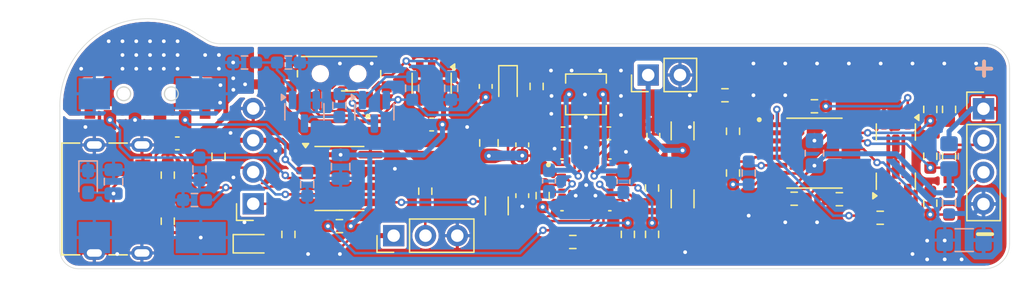
<source format=kicad_pcb>
(kicad_pcb (version 20240108) (generator "pcbnew") (generator_version "8.0")
  (layers (0 "F.Cu" signal) (31 "B.Cu" power) (34 "B.Paste" user) (35 "F.Paste" user) (36 "B.SilkS" user "B.Silkscreen") (37 "F.SilkS" user "F.Silkscreen") (38 "B.Mask" user) (39 "F.Mask" user) (44 "Edge.Cuts" user))
  (net 0 "")
  (net 1 "/chargeController/Vin")
  (net 2 "GND")
  (net 3 "Net-(Q2-G)")
  (net 4 "/chargeController/VOUT")
  (net 5 "Net-(U1-PMID)")
  (net 6 "/chargeController/REGN")
  (net 7 "Net-(U1-SW1)")
  (net 8 "Net-(U1-BTST1)")
  (net 9 "Net-(U1-BTST2)")
  (net 10 "Net-(U1-SW2)")
  (net 12 "Net-(U1-STAT)")
  (net 13 "Net-(U1-BATP)")
  (net 15 "Net-(U1-PROG)")
  (net 18 "Net-(U1-ILIM_HIZ)")
  (net 19 "Net-(U1-TS)")
  (net 20 "/chargeController/PD+")
  (net 23 "/USB_C_Input/CC2")
  (net 24 "/USB_C_Input/CC1")
  (net 25 "/ATTINY402/SW_PUSH")
  (net 26 "/5V_LDO/V_CHG")
  (net 27 "/ATTINY402/5V_REG")
  (net 28 "/ATTINY402/SW_CW")
  (net 29 "/ATTINY402/SW_CCW")
  (net 30 "/ATTINY402/SCL")
  (net 31 "/ATTINY402/SDA")
  (net 32 "/ATTINY402/RESET")
  (net 33 "/BMS/VC3")
  (net 34 "/BMS/VC2")
  (net 35 "/BMS/VC1")
  (net 36 "Net-(J2-Pin_2)")
  (net 37 "Net-(J2-Pin_3)")
  (net 38 "Net-(U2-CDT)")
  (net 39 "Net-(U2-CCT)")
  (net 40 "Net-(D3-A)")
  (net 41 "Net-(D1-K)")
  (net 42 "Net-(Q1-G)")
  (net 43 "Net-(Q1-D)")
  (net 44 "Net-(Q3-B)")
  (net 45 "Net-(Q3-C)")
  (net 46 "Net-(Q4-D)")
  (net 47 "Net-(Q4-G)")
  (net 48 "Net-(U2-VMP)")
  (net 49 "Net-(U2-VINI)")
  (net 50 "Net-(U2-DOP)")
  (net 51 "Net-(U2-CTL)")
  (net 52 "Net-(U2-SEL)")
  (net 53 "Net-(U3-~{RESET}{slash}PA0)")
  (net 54 "Net-(U4-EN)")
  (net 56 "Net-(U2-VC4)")
  (net 59 "Net-(D4-A)")
  (net 60 "/BMS/VBAT+")
  (net 61 "Net-(Q4-S)")
  (net 62 "/BMS/VBAT-")
  (footprint "Capacitor_SMD:C_0603_1608Metric" (layer "F.Cu") (at 105.5058 62.2668 180)
    (property "Reference" "D3" (hide yes))
    (property "Value" "CD0603-B0240R" (hide yes))
  )
  (footprint "Package_TO_SOT_SMD:SOT-23" (layer "F.Cu") (at 162.8768 65.2968 90)
    (property "Reference" "Q1" (hide yes))
    (property "Value" "DMG2301L" (hide yes))
  )
  (footprint "Resistor_SMD:R_0603_1608Metric_Pad0.98x0.95mm_HandSolder" (layer "F.Cu") (at 165.6268 59.5468 90)
    (property "Reference" "C17" (hide yes))
    (property "Value" "100n" (hide yes))
  )
  (footprint "Resistor_SMD:R_0603_1608Metric_Pad0.98x0.95mm_HandSolder" (layer "F.Cu") (at 149.8768 61.2968 90)
    (property "Reference" "R8" (hide yes))
    (property "Value" "10k" (hide yes))
  )
  (footprint "Resistor_SMD:R_0603_1608Metric_Pad0.98x0.95mm_HandSolder" (layer "F.Cu") (at 134.67575 66.4464 90)
    (property "Reference" "R4" (hide yes))
    (property "Value" "10k" (hide yes))
  )
  (footprint "Resistor_SMD:R_0603_1608Metric_Pad0.98x0.95mm_HandSolder" (layer "F.Cu") (at 165.6268 67.0468 90)
    (property "Reference" "C15" (hide yes))
    (property "Value" "100n" (hide yes))
  )
  (footprint "Capacitor_SMD:C_0603_1608Metric_Pad1.08x0.95mm_HandSolder" (layer "F.Cu") (at 143.51495 61.6204 90)
    (property "Reference" "C3" (hide yes))
    (property "Value" "100n" (hide yes))
  )
  (footprint "Resistor_SMD:R_0603_1608Metric_Pad0.98x0.95mm_HandSolder" (layer "F.Cu") (at 141.4798 69.5433 -90)
    (property "Reference" "R5" (hide yes))
    (property "Value" "10k" (hide yes))
  )
  (footprint "Capacitor_SMD:C_1206_3216Metric_Pad1.33x1.80mm_HandSolder" (layer "F.Cu") (at 145.8486 61.2648 90)
    (property "Reference" "C5" (hide yes))
    (property "Value" "10u" (hide yes))
  )
  (footprint "BQ25792RQMR:QFN40P400X400X100-29N" (layer "F.Cu") (at 138.13015 65.5828)
    (property "Reference" "U1" (hide yes))
    (property "Value" "BQ25792RQMR" (hide yes))
  )
  (footprint "Resistor_SMD:R_0603_1608Metric_Pad0.98x0.95mm_HandSolder" (layer "F.Cu") (at 165.6268 63.2968 90)
    (property "Reference" "C16" (hide yes))
    (property "Value" "100n" (hide yes))
  )
  (footprint "Capacitor_SMD:C_0603_1608Metric_Pad1.08x0.95mm_HandSolder" (layer "F.Cu") (at 136.30135 61.468 180)
    (property "Reference" "C6" (hide yes))
    (property "Value" "100n" (hide yes))
  )
  (footprint "Connector_PinSocket_2.54mm:PinSocket_1x04_P2.54mm_Vertical" (layer "F.Cu") (at 111.5638 67.0968 180)
    (property "Reference" "J5" (hide yes))
    (property "Value" "Conn_01x04_Socket" (hide yes))
  )
  (footprint "Resistor_SMD:R_0603_1608Metric_Pad0.98x0.95mm_HandSolder" (layer "F.Cu") (at 161.6268 68.214677 180)
    (property "Reference" "R7" (hide yes))
    (property "Value" "1M" (hide yes))
  )
  (footprint "Resistor_SMD:R_0603_1608Metric_Pad0.98x0.95mm_HandSolder" (layer "F.Cu") (at 154.759366 66.692062 180)
    (property "Reference" "R12" (hide yes))
    (property "Value" "10k" (hide yes))
  )
  (footprint "Package_TO_SOT_SMD:SOT-23" (layer "F.Cu") (at 162.8768 61.3593 -90)
    (property "Reference" "Q2" (hide yes))
    (property "Value" "DMG2301L" (hide yes))
  )
  (footprint "Diode_SMD:D_0603_1608Metric_Pad1.05x0.95mm_HandSolder" (layer "F.Cu") (at 111.6268 70.2968)
    (property "Reference" "D4" (hide yes))
    (property "Value" "LED")
  )
  (footprint "Resistor_SMD:R_0603_1608Metric_Pad0.98x0.95mm_HandSolder" (layer "F.Cu") (at 134.1948 57.7088 -90)
    (property "Reference" "R1" (hide yes))
    (property "Value" "4k" (hide yes))
  )
  (footprint "S-8254AAVFT-TB-G:SOP65P640X110-16N" (layer "F.Cu") (at 156.3768 63.0468)
    (property "Reference" "U2" (hide yes))
    (property "Value" "S-8254AAWFT-TB-G" (hide yes))
  )
  (footprint "Resistor_SMD:R_0603_1608Metric_Pad0.98x0.95mm_HandSolder" (layer "F.Cu") (at 137.084482 70.1548 180)
    (property "Reference" "TH1" (hide yes))
    (property "Value" "103AT-2" (hide yes))
  )
  (footprint "Package_SO:SOIC-8_3.9x4.9mm_P1.27mm" (layer "F.Cu") (at 118.4468 65.0748)
    (property "Reference" "U3" (hide yes))
    (property "Value" "ATtiny402-SS" (hide yes))
  )
  (footprint "Resistor_SMD:R_0603_1608Metric_Pad0.98x0.95mm_HandSolder" (layer "F.Cu") (at 158.367922 66.730756 180)
    (property "Reference" "R11" (hide yes))
    (property "Value" "1k" (hide yes))
  )
  (footprint "Capacitor_SMD:C_0603_1608Metric_Pad1.08x0.95mm_HandSolder" (layer "F.Cu") (at 139.95895 61.468 180)
    (property "Reference" "C8" (hide yes))
    (property "Value" "100n" (hide yes))
  )
  (footprint "NetTie:NetTie-2_SMD_Pad0.5mm" (layer "F.Cu") (at 148.341066 56.734016 -90)
    (property "Reference" "NT1" (hide yes))
    (property "Value" "NetTie_2" (hide yes))
  )
  (footprint "Resistor_SMD:R_0603_1608Metric_Pad0.98x0.95mm_HandSolder" (layer "F.Cu") (at 167.1268 63.2968 90)
    (property "Reference" "R15" (hide yes))
    (property "Value" "1k" (hide yes))
  )
  (footprint "Resistor_SMD:R_0603_1608Metric_Pad0.98x0.95mm_HandSolder" (layer "F.Cu") (at 167.1268 59.5468 90)
    (property "Reference" "R14" (hide yes))
    (property "Value" "1k" (hide yes))
  )
  (footprint "Resistor_SMD:R_0603_1608Metric_Pad0.98x0.95mm_HandSolder" (layer "F.Cu") (at 167.1268 67.0468 90)
    (property "Reference" "R16" (hide yes))
    (property "Value" "1k" (hide yes))
  )
  (footprint "Resistor_SMD:R_0603_1608Metric_Pad0.98x0.95mm_HandSolder" (layer "F.Cu") (at 104.7438 68.4898 -90)
    (property "Reference" "R17" (hide yes))
    (property "Value" "5.1k" (hide yes))
  )
  (footprint "Resistor_SMD:R_0603_1608Metric_Pad0.98x0.95mm_HandSolder" (layer "F.Cu") (at 125.3048 66.0908 -90)
    (property "Reference" "R22" (hide yes))
    (property "Value" "4k7" (hide yes))
  )
  (footprint "Resistor_SMD:R_0603_1608Metric_Pad0.98x0.95mm_HandSolder" (layer "F.Cu") (at 108.7948 63.2968 -90)
    (property "Reference" "R21" (hide yes))
    (property "Value" "10k" (hide yes))
  )
  (footprint "Capacitor_SMD:C_0603_1608Metric_Pad1.08x0.95mm_HandSolder" (layer "F.Cu") (at 133.05015 62.3824 90)
    (property "Reference" "C7" (hide yes))
    (property "Value" "100n" (hide yes))
  )
  (footprint "Connector_PinHeader_2.54mm:PinHeader_1x02_P2.54mm_Vertical" (layer "F.Cu") (at 143.1018 56.7968 90)
    (property "Reference" "J1" (hide yes))
    (property "Value" "Conn_01x02_Pin" (hide yes))
  )
  (footprint "LED_SMD:LED_0603_1608Metric_Pad1.05x0.95mm_HandSolder" (layer "F.Cu") (at 131.9088 57.7088 -90)
    (property "Reference" "D1" (hide yes))
    (property "Value" "LED" (hide yes))
  )
  (footprint "Resistor_SMD:R_0603_1608Metric_Pad0.98x0.95mm_HandSolder" (layer "F.Cu") (at 104.7438 64.8068 90)
    (property "Reference" "R18" (hide yes))
    (property "Value" "5.1k" (hide yes))
  )
  (footprint "Resistor_SMD:R_0603_1608Metric_Pad0.98x0.95mm_HandSolder" (layer "F.Cu") (at 149.2327 58.41575)
    (property "Reference" "R6" (hide yes))
    (property "Value" "10k" (hide yes))
  )
  (footprint "SLLB510100:SLLB510100" (layer "F.Cu") (at 103.1268 59.2968)
    (property "Reference" "SW1" (hide yes))
    (property "Value" "SLLB510100" (hide yes))
    (fp_circle (center -1.9 -1) (end -1.35 -1) (stroke (width 0.1)) (fill none) (layer "Edge.Cuts"))
    (fp_circle (center 1.9 -1) (end 2.45 -1) (stroke (width 0.1)) (fill none) (layer "Edge.Cuts"))
  )
  (footprint "UJC-H-G-SMT-2-P6-TR:SAMESKY_UJC-H-G-SMT-2-P6-TR" (layer "F.Cu") (at 98.8798 66.7118 -90)
    (property "Reference" "J3" (hide yes))
    (property "Value" "UJC-H-G-SMT-2-P6-TR" (hide yes))
  )
  (footprint "Package_TO_SOT_SMD:SOT-23-5" (layer "F.Cu") (at 125.8128 57.4548 -90)
    (property "Reference" "U4" (hide yes))
    (property "Value" "NCP718xSN500" (hide yes))
  )
  (footprint "Capacitor_SMD:C_0603_1608Metric_Pad1.08x0.95mm_HandSolder" (layer "F.Cu") (at 125.8128 60.7568 180)
    (property "Reference" "C23" (hide yes))
    (property "Value" "2.2u" (hide yes))
  )
  (footprint "Capacitor_SMD:C_0603_1608Metric_Pad1.08x0.95mm_HandSolder" (layer "F.Cu") (at 133.05015 66.4464 -90)
    (property "Reference" "C1" (hide yes))
    (property "Value" "100n" (hide yes))
  )
  (footprint "Resistor_SMD:R_0603_1608Metric_Pad0.98x0.95mm_HandSolder" (layer "F.Cu") (at 143.41335 69.5433 90)
    (property "Reference" "R3" (hide yes))
    (property "Value" "13.7k" (hide yes))
  )
  (footprint "Connector_PinHeader_2.54mm:PinHeader_1x03_P2.54mm_Vertical" (layer "F.Cu") (at 122.7798 69.6468 90)
    (property "Reference" "J4" (hide yes))
    (property "Value" "Conn_01x03_Pin" (hide yes))
  )
  (footprint "Capacitor_SMD:C_1206_3216Metric_Pad1.33x1.80mm_HandSolder" (layer "F.Cu") (at 145.85175 66.7004 -90)
    (property "Reference" "C9" (hide yes))
    (property "Value" "10u" (hide yes))
  )
  (footprint "Inductor_SMD:L_Vishay_IHLP-1212" (layer "F.Cu") (at 138.135499 58.343073 180)
    (property "Reference" "L1" (hide yes))
    (property "Value" "2.2uH" (hide yes))
  )
  (footprint "SLW-66527511-SMT-TR:SW_SLW-66527511-SMT-TR" (layer "F.Cu") (at 118.4228 56.6928 180)
    (property "Reference" "S1" (hide yes))
    (property "Value" "SLW-66527511-SMT-TR" (hide yes))
  )
  (footprint "Resistor_SMD:R_0603_1608Metric_Pad0.98x0.95mm_HandSolder" (layer "F.Cu") (at 149.8768 64.6343 90)
    (property "Reference" "C12" (hide yes))
    (property "Value" "100n" (hide yes))
  )
  (footprint "Connector_PinHeader_2.54mm:PinHeader_1x04_P2.54mm_Vertical" (layer "F.Cu") (at 169.8768 59.4968)
    (property "Reference" "J2" (hide yes))
    (property "Value" "Conn_01x04_Pin" (hide yes))
  )
  (footprint "Resistor_SMD:R_0603_1608Metric_Pad0.98x0.95mm_HandSolder" (layer "F.Cu") (at 156.3768 59.2968 180)
    (property "Reference" "R10" (hide yes))
    (property "Value" "10k" (hide yes))
  )
  (footprint "Capacitor_SMD:C_0603_1608Metric_Pad1.08x0.95mm_HandSolder" (layer "F.Cu") (at 130.1308 57.7088 90)
    (property "Reference" "C24" (hide yes))
    (property "Value" "1u" (hide yes))
  )
  (footprint "Capacitor_SMD:C_0805_2012Metric_Pad1.18x1.45mm_HandSolder" (layer "F.Cu") (at 130.3848 62.23 90)
    (property "Reference" "C4" (hide yes))
    (property "Value" "10u" (hide yes))
  )
  (footprint "Resistor_SMD:R_0603_1608Metric_Pad0.98x0.95mm_HandSolder" (layer "F.Cu") (at 114.3768 69.5468 90)
    (property "Reference" "R23" (hide yes))
    (property "Value" "630R")
  )
  (footprint "Resistor_SMD:R_0603_1608Metric_Pad0.98x0.95mm_HandSolder" (layer "F.Cu") (at 143.41335 65.8368 -90)
    (property "Reference" "R2" (hide yes))
    (property "Value" "100" (hide yes))
  )
  (footprint "Capacitor_SMD:C_1206_3216Metric_Pad1.33x1.80mm_HandSolder" (layer "F.Cu") (at 131.016997 67.266345 -90)
    (property "Reference" "C2" (hide yes))
    (property "Value" "4.7u" (hide yes))
  )
  (footprint "Resistor_SMD:R_0603_1608Metric_Pad0.98x0.95mm_HandSolder" (layer "F.Cu") (at 118.4468 68.8848 180)
    (property "Reference" "R20" (hide yes))
    (property "Value" "10k" (hide yes))
  )
  (footprint "TestPoint:TestPoint_Pad_2.5x2.5mm" (layer "B.Cu") (at 107.3768 69.7968 180)
    (property "Reference" "J9" (hide yes))
    (property "Value" "Conn_01x01_Socket" (hide yes))
  )
  (footprint "TestPoint:TestPoint_Pad_2.5x2.5mm" (layer "B.Cu") (at 98.8768 69.7968 180)
    (property "Reference" "J6" (hide yes))
    (property "Value" "Conn_01x01_Socket")
  )
  (footprint "Resistor_SMD:R_0603_1608Metric_Pad0.98x0.95mm_HandSolder" (layer "B.Cu") (at 107.2708 64.3128 90)
    (property "Reference" "C22" (hide yes))
    (property "Value" "100n" (hide yes))
  )
  (footprint "Resistor_SMD:R_0603_1608Metric_Pad0.98x0.95mm_HandSolder" (layer "B.Cu") (at 106.8768 66.7968)
    (property "Reference" "C20" (hide yes))
    (property "Value" "100n" (hide yes))
  )
  (footprint "Resistor_SMD:R_0603_1608Metric_Pad0.98x0.95mm_HandSolder" (layer "B.Cu") (at 127.3728 57.8548 -90)
    (property "Reference" "R25" (hide yes))
    (property "Value" "100k" (hide yes))
  )
  (footprint "Resistor_SMD:R_0603_1608Metric_Pad0.98x0.95mm_HandSolder" (layer "B.Cu") (at 114.3768 55.7968)
    (property "Reference" "R26" (hide yes))
    (property "Value" "100k" (hide yes))
  )
  (footprint "Resistor_SMD:R_0603_1608Metric_Pad0.98x0.95mm_HandSolder" (layer "B.Cu") (at 124.2528 57.8548 90)
    (property "Reference" "R28" (hide yes))
    (property "Value" "100k" (hide yes))
  )
  (footprint "Resistor_SMD:R_0603_1608Metric_Pad0.98x0.95mm_HandSolder" (layer "B.Cu") (at 118.4468 59.2328 90)
    (property "Reference" "R27" (hide yes))
    (property "Value" "22R" (hide yes))
  )
  (footprint "Resistor_SMD:R_0805_2012Metric_Pad1.20x1.40mm_HandSolder" (layer "B.Cu") (at 167.1268 63.2968 90)
    (property "Reference" "C14" (hide yes))
    (property "Value" "10u")
  )
  (footprint "Capacitor_SMD:C_0603_1608Metric_Pad1.08x0.95mm_HandSolder" (layer "B.Cu") (at 135.18375 65.278 -90)
    (property "Reference" "C10" (hide yes))
    (property "Value" "47n" (hide yes))
  )
  (footprint "TestPoint:TestPoint_Pad_2.5x2.5mm" (layer "B.Cu") (at 98.8768 58.2968 180)
    (property "Reference" "J7" (hide yes))
    (property "Value" "Conn_01x01_Socket")
  )
  (footprint "Package_TO_SOT_SMD:SOT-23" (layer "B.Cu") (at 121.2408 59.7408 -90)
    (property "Reference" "Q4" (hide yes))
    (property "Value" "DMG2301L" (hide yes))
  )
  (footprint "Resistor_SMD:R_0603_1608Metric_Pad0.98x0.95mm_HandSolder" (layer "B.Cu") (at 151.1268 64.6343 90)
    (property "Reference" "C13" (hide yes))
    (property "Value" "100n" (hide yes))
  )
  (footprint "TestPoint:TestPoint_Pad_2.5x2.5mm" (layer "B.Cu") (at 107.3768 58.2968 180)
    (property "Reference" "J8" (hide yes))
    (property "Value" "Conn_01x01_Socket" (hide yes))
  )
  (footprint "Resistor_SMD:R_0603_1608Metric_Pad0.98x0.95mm_HandSolder" (layer "B.Cu") (at 110.8768 55.7968)
    (property "Reference" "R24" (hide yes))
    (property "Value" "10k" (hide yes))
  )
  (footprint "Capacitor_SMD:C_0805_2012Metric" (layer "B.Cu") (at 100.4128 65.3288 90)
    (property "Reference" "C18" (hide yes))
    (property "Value" "2.2u" (hide yes))
  )
  (footprint "Diode_SMD:D_0603_1608Metric_Pad1.05x0.95mm_HandSolder" (layer "B.Cu") (at 98.3808 65.3288 -90)
    (property "Reference" "D2" (hide yes))
    (property "Value" "ESDA25P35-1U1M" (hide yes))
  )
  (footprint "Resistor_SMD:R_0603_1608Metric_Pad0.98x0.95mm_HandSolder" (layer "B.Cu") (at 115.8768 65.5468 90)
    (property "Reference" "C21" (hide yes))
    (property "Value" "100n" (hide yes))
  )
  (footprint "Resistor_SMD:R_1206_3216Metric_Pad1.30x1.75mm_HandSolder" (layer "B.Cu") (at 168.335409 70.003641 180)
    (property "Reference" "R_OCP1" (hide yes))
    (property "Value" "120mR")
  )
  (footprint "Capacitor_SMD:C_0603_1608Metric_Pad1.08x0.95mm_HandSolder" (layer "B.Cu") (at 141.12735 65.3288 90)
    (property "Reference" "C11" (hide yes))
    (property "Value" "47n" (hide yes))
  )
  (footprint "Package_TO_SOT_SMD:SOT-23" (layer "B.Cu") (at 115.6528 59.7408 -90)
    (property "Reference" "Q3" (hide yes))
    (property "Value" "MMBT3904" (hide yes))
  )
  (footprint "Resistor_SMD:R_0603_1608Metric" (layer "B.Cu") (at 167.1268 67.0468 90)
    (property "Reference" "R13" (hide yes))
    (property "Value" "10R")
  )
  (footprint "Resistor_SMD:R_0805_2012Metric_Pad1.20x1.40mm_HandSolder" (layer "B.Cu") (at 156.3768 63.0468 90)
    (property "Reference" "C14" (hide yes))
    (property "Value" "10u" (hide yes))
  )
  (footprint "Capacitor_SMD:C_0805_2012Metric" (layer "B.Cu") (at 118.543897 64.129114 -90)
    (property "Reference" "C19" (hide yes))
    (property "Value" "2.2u" (hide yes))
  )
  (gr_line (start 136.24296 64.386277) (end 135.6268 64.381864) (stroke (width 0.15)) (layer "F.Cu") (net 1))
  (gr_line (start 107.126815 53.54681) (end 107.901777 54.011786) (stroke (width 0.05)) (layer "Edge.Cuts"))
  (gr_arc (start 96.122338 59.2968) (mid 99.882987 53.088727) (end 107.126815 53.54681) (stroke (width 0.05)) (layer "Edge.Cuts"))
  (gr_arc (start 108.930767 54.2968) (mid 108.3969 54.22423) (end 107.901777 54.011786) (stroke (width 0.05)) (layer "Edge.Cuts"))
  (gr_arc (start 97.6268 72.2968) (mid 96.56614 71.85746) (end 96.1268 70.7968) (stroke (width 0.05)) (layer "Edge.Cuts"))
  (gr_line (start 169.962586 72.2968) (end 97.6268 72.2968) (stroke (width 0.05)) (layer "Edge.Cuts"))
  (gr_arc (start 171.962586 70.2968) (mid 171.3768 71.711014) (end 169.962586 72.2968) (stroke (width 0.05)) (layer "Edge.Cuts"))
  (gr_line (start 108.930767 54.2968) (end 169.962586 54.2968) (stroke (width 0.05)) (layer "Edge.Cuts"))
  (gr_arc (start 169.962586 54.2968) (mid 171.3768 54.882586) (end 171.962586 56.2968) (stroke (width 0.05)) (layer "Edge.Cuts"))
  (gr_line (start 171.962586 56.2968) (end 171.962586 70.2968) (stroke (width 0.05)) (layer "Edge.Cuts"))
  (gr_line (start 96.1268 70.7968) (end 96.1268 59.2968) (stroke (width 0.05)) (layer "Edge.Cuts"))
  (gr_text "+" (at 168.797954 57.058339 0) (layer "B.SilkS") (effects (font (size 1.5 1.5) (thickness 0.3) (bold yes)) (justify left bottom)))
  (gr_text "-\n" (at 168.8768 70.2968 0) (layer "F.SilkS") (effects (font (size 1.5 1.5) (thickness 0.3) (bold yes)) (justify left bottom)))
  (gr_text "+" (at 168.797954 57.058339 0) (layer "F.SilkS") (effects (font (size 1.5 1.5) (thickness 0.3) (bold yes)) (justify left bottom)))
  (segment (start 136.23015 64.7828) (end 135.6268 64.7828) (width 0.15) (layer "F.Cu") (net 1))
  (segment (start 130.3768 63.2675) (end 130.3848 63.2675) (width 0.8) (layer "F.Cu") (net 1))
  (segment (start 110.6268 57.5468) (end 109.3768 58.7968) (width 0.4) (layer "F.Cu") (net 1))
  (segment (start 131.777 63.2675) (end 131.9088 63.2675) (width 0.4) (layer "F.Cu") (net 1))
  (segment (start 131.9088 63.2675) (end 133.02755 63.2675) (width 0.8) (layer "F.Cu") (net 1))
  (segment (start 109.3768 58.7968) (end 109.3768 60.0468) (width 0.4) (layer "F.Cu") (net 1))
  (segment (start 115.735904 61.351352) (end 122.681352 61.351352) (width 0.8) (layer "F.Cu") (net 1))
  (segment (start 113.3768 58.0468) (end 113.3768 58.992248) (width 0.8) (layer "F.Cu") (net 1))
  (segment (start 111.3768 57.5468) (end 110.6268 57.5468) (width 0.4) (layer "F.Cu") (net 1))
  (segment (start 106.4068 62.2668) (end 106.2808 62.2668) (width 0.4) (layer "F.Cu") (net 1))
  (segment (start 133.02755 63.2675) (end 133.05015 63.2449) (width 0.4) (layer "F.Cu") (net 1))
  (segment (start 108.3768 61.0468) (end 107.6268 61.0468) (width 0.4) (layer "F.Cu") (net 1))
  (segment (start 109.3768 60.0468) (end 108.3768 61.0468) (width 0.4) (layer "F.Cu") (net 1))
  (segment (start 107.6268 61.0468) (end 106.4068 62.2668) (width 0.4) (layer "F.Cu") (net 1))
  (segment (start 113.3768 58.992248) (end 115.735904 61.351352) (width 0.8) (layer "F.Cu") (net 1))
  (segment (start 122.681352 61.351352) (end 124.5975 63.2675) (width 0.8) (layer "F.Cu") (net 1))
  (segment (start 112.8768 57.5468) (end 113.3768 58.0468) (width 0.8) (layer "F.Cu") (net 1))
  (segment (start 111.3768 57.5468) (end 112.8768 57.5468) (width 0.8) (layer "F.Cu") (net 1))
  (segment (start 131.777 63.2675) (end 130.3848 63.2675) (width 0.8) (layer "F.Cu") (net 1))
  (segment (start 124.5975 63.2675) (end 130.3768 63.2675) (width 0.8) (layer "F.Cu") (net 1))
  (segment (start 131.9088 58.5838) (end 131.9088 63.2675) (width 0.2) (layer "F.Cu") (net 1))
  (via (at 101.1268 55.1968) (size 0.6) (drill 0.3) (layers "F.Cu" "B.Cu") (net 1))
  (via (at 104.4268 54.0968) (size 0.6) (drill 0.3) (layers "F.Cu" "B.Cu") (net 1))
  (via (at 105.5268 54.0968) (size 0.6) (drill 0.3) (layers "F.Cu" "B.Cu") (net 1))
  (via (at 102.2268 54.0968) (size 0.6) (drill 0.3) (layers "F.Cu" "B.Cu") (net 1))
  (via (at 103.3268 54.0968) (size 0.6) (drill 0.3) (layers "F.Cu" "B.Cu") (net 1))
  (via (at 108.8268 56.2968) (size 0.6) (drill 0.3) (layers "F.Cu" "B.Cu") (net 1))
  (via (at 103.3268 56.2968) (size 0.6) (drill 0.3) (layers "F.Cu" "B.Cu") (net 1))
  (via (at 110.916324 57.542046) (size 0.6) (drill 0.3) (layers "F.Cu" "B.Cu") (net 1))
  (via (at 108.8268 55.1968) (size 0.6) (drill 0.3) (layers "F.Cu" "B.Cu") (net 1))
  (via (at 104.4268 55.1968) (size 0.6) (drill 0.3) (layers "F.Cu" "B.Cu") (net 1))
  (via (at 97.8268 56.2968) (size 0.6) (drill 0.3) (layers "F.Cu" "B.Cu") (net 1))
  (via (at 109.979218 57.981051) (size 0.6) (drill 0.3) (layers "F.Cu" "B.Cu") (net 1))
  (via (at 109.970776 57.06083) (size 0.6) (drill 0.3) (layers "F.Cu" "B.Cu") (net 1))
  (via (at 105.5268 55.1968) (size 0.6) (drill 0.3) (layers "F.Cu" "B.Cu") (net 1))
  (via (at 109.9643 55.7968) (size 0.6) (drill 0.3) (layers "F.Cu" "B.Cu") (net 1))
  (via (at 100.0268 54.0968) (size 0.6) (drill 0.3) (layers "F.Cu" "B.Cu") (net 1))
  (via (at 101.1268 54.0968) (size 0.6) (drill 0.3) (layers "F.Cu" "B.Cu") (net 1))
  (via (at 103.3268 55.1968) (size 0.6) (drill 0.3) (layers "F.Cu" "B.Cu") (net 1))
  (via (at 130.3768 63.2675) (size 0.6) (drill 0.3) (layers "F.Cu" "B.Cu") (net 1))
  (via (at 133.05015 63.2449) (size 0.6) (drill 0.3) (layers "F.Cu" "B.Cu") (net 1))
  (via (at 105.5268 56.2968) (size 0.6) (drill 0.3) (layers "F.Cu" "B.Cu") (net 1))
  (via (at 101.1268 56.2968) (size 0.6) (drill 0.3) (layers "F.Cu" "B.Cu") (net 1))
  (via (at 104.4268 56.2968) (size 0.6) (drill 0.3) (layers "F.Cu" "B.Cu") (net 1))
  (via (at 102.2268 55.1968) (size 0.6) (drill 0.3) (layers "F.Cu" "B.Cu") (net 1))
  (via (at 107.7268 55.1968) (size 0.6) (drill 0.3) (layers "F.Cu" "B.Cu") (net 1))
  (via (at 108.949246 57.609585) (size 0.6) (drill 0.3) (layers "F.Cu" "B.Cu") (net 1))
  (via (at 102.2268 56.2968) (size 0.6) (drill 0.3) (layers "F.Cu" "B.Cu") (net 1))
  (via (at 108.923919 59.011023) (size 0.6) (drill 0.3) (layers "F.Cu" "B.Cu") (net 1))
  (segment (start 101.966239 57.136239) (end 104.278054 59.448054) (width 0.2) (layer "B.Cu") (net 1))
  (segment (start 104.278054 59.448054) (end 106.225546 59.448054) (width 0.2) (layer "B.Cu") (net 1))
  (segment (start 133.05015 63.2449) (end 130.3994 63.2449) (width 0.8) (layer "B.Cu") (net 1))
  (segment (start 98.8768 58.2968) (end 100.037361 57.136239) (width 0.2) (layer "B.Cu") (net 1))
  (segment (start 130.3994 63.2449) (end 130.3768 63.2675) (width 0.4) (layer "B.Cu") (net 1))
  (segment (start 106.225546 59.448054) (end 107.3768 58.2968) (width 0.2) (layer "B.Cu") (net 1))
  (segment (start 100.037361 57.136239) (end 101.966239 57.136239) (width 0.2) (layer "B.Cu") (net 1))
  (via (at 156.5868 55.8768) (size 0.6) (drill 0.3) (layers "F.Cu" "B.Cu") (net 2))
  (via (at 138.889 66.4464) (size 0.6) (drill 0.3) (layers "F.Cu" "B.Cu") (net 2))
  (via (at 135.3396 56.4388) (size 0.6) (drill 0.3) (layers "F.Cu" "B.Cu") (net 2))
  (via (at 151.5068 55.8768) (size 0.6) (drill 0.3) (layers "F.Cu" "B.Cu") (net 2))
  (via (at 135.3838 58.4708) (size 0.6) (drill 0.3) (layers "F.Cu" "B.Cu") (net 2))
  (via (at 137.3142 66.4464) (size 0.6) (drill 0.3) (layers "F.Cu" "B.Cu") (net 2))
  (via (at 141.3274 62.9412) (size 0.6) (drill 0.3) (layers "F.Cu" "B.Cu") (net 2))
  (via (at 146.0518 70.9676) (size 0.6) (drill 0.3) (layers "F.Cu" "B.Cu") (net 2))
  (via (at 135.6268 62.6872) (size 0.6) (drill 0.3) (layers "F.Cu" "B.Cu") (net 2))
  (via (at 113.349362 62.859291) (size 0.6) (drill 0.3) (layers "F.Cu" "B.Cu") (net 2))
  (via (at 138.127 62.5856) (size 0.6) (drill 0.3) (layers "F.Cu" "B.Cu") (net 2))
  (via (at 146.4268 58.4168) (size 0.6) (drill 0.3) (layers "F.Cu" "B.Cu") (net 2))
  (via (at 139.2748 56.4388) (size 0.6) (drill 0.3) (layers "F.Cu" "B.Cu") (net 2))
  (via (at 156.5868 68.5768) (size 0.6) (drill 0.3) (layers "F.Cu" "B.Cu") (net 2))
  (via (at 110.8668 68.5768) (size 0.6) (drill 0.3) (layers "F.Cu" "B.Cu") (net 2))
  (via (at 122.8768 64.2968) (size 0.6) (drill 0.3) (layers "F.Cu" "B.Cu") (net 2))
  (via (at 128.6468 60.9568) (size 0.6) (drill 0.3) (layers "F.Cu" "B.Cu") (net 2))
  (via (at 107.3768 69.7968) (size 0.6) (drill 0.3) (layers "F.Cu" "B.Cu") (net 2))
  (via (at 140.9276 58.4708) (size 0.6) (drill 0.3) (layers "F.Cu" "B.Cu") (net 2))
  (via (at 166.776262 70.034244) (size 0.6) (drill 0.3) (layers "F.Cu" "B.Cu") (net 2))
  (via (at 115.9468 71.1168) (size 0.6) (drill 0.3) (layers "F.Cu" "B.Cu") (net 2))
  (via (at 151.5068 58.4168) (size 0.6) (drill 0.3) (layers "F.Cu" "B.Cu") (net 2))
  (via (at 166.776262 71.542619) (size 0.6) (drill 0.3) (layers "F.Cu" "B.Cu") (net 2))
  (via (at 154.0468 58.4168) (size 0.6) (drill 0.3) (layers "F.Cu" "B.Cu") (net 2))
  (via (at 159.1268 55.8768) (size 0.6) (drill 0.3) (layers "F.Cu" "B.Cu") (net 2))
  (via (at 164.2068 71.1168) (size 0.6) (drill 0.3) (layers "F.Cu" "B.Cu") (net 2))
  (via (at 140.9276 56.4388) (size 0.6) (drill 0.3) (layers "F.Cu" "B.Cu") (net 2))
  (via (at 161.6668 55.8768) (size 0.6) (drill 0.3) (layers "F.Cu" "B.Cu") (net 2))
  (via (at 109.756276 61.430511) (size 0.6) (drill 0.3) (layers "F.Cu" "B.Cu") (net 2))
  (via (at 121.0268 55.8768) (size 0.6) (drill 0.3) (layers "F.Cu" "B.Cu") (net 2))
  (via (at 102.1268 60.3968) (size 0.6) (drill 0.3) (layers "F.Cu" "B.Cu") (net 2))
  (via (at 166.7468 55.8768) (size 0.6) (drill 0.3) (layers "F.Cu" "B.Cu") (net 2))
  (via (at 136.9888 56.4388) (size 0.6) (drill 0.3) (layers "F.Cu" "B.Cu") (net 2))
  (via (at 118.4868 71.1168) (size 0.6) (drill 0.3) (layers "F.Cu" "B.Cu") (net 2))
  (via (at 154.0468 68.5768) (size 0.6) (drill 0.3) (layers "F.Cu" "B.Cu") (net 2))
  (via (at 165.3768 70.0468) (size 0.6) (drill 0.3) (layers "F.Cu" "B.Cu") (net 2))
  (via (at 100.7068 71.1168) (size 0.6) (drill 0.3) (layers "F.Cu" "B.Cu") (net 2))
  (via (at 168.1268 71.5468) (size 0.6) (drill 0.3) (layers "F.Cu" "B.Cu") (net 2))
  (via (at 165.3768 71.5468) (size 0.6) (drill 0.3) (layers "F.Cu" "B.Cu") (net 2))
  (via (at 140.9276 59.9948) (size 0.6) (drill 0.3) (layers "F.Cu" "B.Cu") (net 2))
  (via (at 151.1268 68.0468) (size 0.6) (drill 0.3) (layers "F.Cu" "B.Cu") (net 2))
  (via (at 169.2868 55.8768) (size 0.6) (drill 0.3) (layers "F.Cu" "B.Cu") (net 2))
  (via (at 118.4868 55.8768) (size 0.6) (drill 0.3) (layers "F.Cu" "B.Cu") (net 2))
  (via (at 135.366701 59.901214) (size 0.6) (drill 0.3) (layers "F.Cu" "B.Cu") (net 2))
  (via (at 154.0468 55.8768) (size 0.6) (drill 0.3) (layers "F.Cu" "B.Cu") (net 2))
  (via (at 98.1668 60.9568) (size 0.6) (drill 0.3) (layers "F.Cu" "B.Cu") (net 2))
  (via (at 138.054539 58.354388) (size 0.6) (drill 0.3) (layers "F.Cu" "B.Cu") (net 2))
  (via (at 138.150768 65.600692) (size 0.6) (drill 0.3) (layers "F.Cu" "B.Cu") (net 2))
  (via (at 164.2068 55.8768) (size 0.6) (drill 0.3) (layers "F.Cu" "B.Cu") (net 2))
  (via (at 109.986796 64.988923) (size 0.6) (drill 0.3) (layers "F.Cu" "B.Cu") (net 2))
  (via (at 133.05015 67.3089) (size 0.6) (drill 0.3) (layers "F.Cu" "B.Cu") (net 2))
  (via (at 138.116537 60.173929) (size 0.6) (drill 0.3) (layers "F.Cu" "B.Cu") (net 2))
  (via (at 146.4268 60.9568) (size 0.6) (drill 0.3) (layers "F.Cu" "B.Cu") (net 2))
  (segment (start 163.8268 58.619147) (end 163.8268 60.4218) (width 0.2) (layer "F.Cu") (net 3))
  (segment (start 163.825346 58.617693) (end 163.8268 58.619147) (width 0.2) (layer "F.Cu") (net 3))
  (via (at 157.2893 59.2968) (size 0.6) (drill 0.3) (layers "F.Cu" "B.Cu") (net 3))
  (via (at 163.825346 58.617693) (size 0.6) (drill 0.3) (layers "F.Cu" "B.Cu") (net 3))
  (segment (start 163.825346 58.617693) (end 163.146239 59.2968) (width 0.2) (layer "B.Cu") (net 3))
  (segment (start 163.146239 59.2968) (end 157.2893 59.2968) (width 0.2) (layer "B.Cu") (net 3))
  (segment (start 145.8486 62.8273) (end 145.844 62.8273) (width 0.4) (layer "F.Cu") (net 4))
  (segment (start 140.82145 61.468) (end 140.82145 61.52602) (width 0.4) (layer "F.Cu") (net 4))
  (segment (start 140.82145 61.52602) (end 139.03015 63.31732) (width 0.2) (layer "F.Cu") (net 4))
  (segment (start 142.1899 62.4829) (end 141.175 61.468) (width 0.4) (layer "F.Cu") (net 4))
  (segment (start 143.51495 62.4829) (end 142.1899 62.4829) (width 0.4) (layer "F.Cu") (net 4))
  (segment (start 145.4996 62.4829) (end 145.84055 62.4829) (width 0.4) (layer "F.Cu") (net 4))
  (segment (start 141.175 61.468) (end 140.82145 61.468) (width 0.4) (layer "F.Cu") (net 4))
  (segment (start 145.844 62.8273) (end 145.4996 62.4829) (width 0.4) (layer "F.Cu") (net 4))
  (segment (start 139.03015 63.31732) (end 139.03015 63.8828) (width 0.2) (layer "F.Cu") (net 4))
  (segment (start 145.84055 62.4829) (end 145.85175 62.4717) (width 0.4) (layer "F.Cu") (net 4))
  (segment (start 143.51495 62.4829) (end 145.4996 62.4829) (width 0.4) (layer "F.Cu") (net 4))
  (via (at 145.8486 62.8273) (size 0.6) (drill 0.3) (layers "F.Cu" "B.Cu") (net 4))
  (segment (start 143.1018 61.5218) (end 143.1018 57.0318) (width 0.4) (layer "B.Cu") (net 4))
  (segment (start 143.1018 57.0318) (end 143.3368 56.7968) (width 0.4) (layer "B.Cu") (net 4))
  (segment (start 144.4073 62.8273) (end 143.1018 61.5218) (width 0.4) (layer "B.Cu") (net 4))
  (segment (start 145.8486 62.8273) (end 144.4073 62.8273) (width 0.4) (layer "B.Cu") (net 4))
  (segment (start 137.16385 61.468) (end 137.23015 61.5343) (width 0.2) (layer "F.Cu") (net 5))
  (segment (start 137.23015 61.5343) (end 137.23015 63.8578) (width 0.2) (layer "F.Cu") (net 5))
  (segment (start 134.62575 65.5839) (end 134.67575 65.5339) (width 0.2) (layer "F.Cu") (net 6))
  (segment (start 132.98815 65.6459) (end 133.05015 65.5839) (width 0.2) (layer "F.Cu") (net 6))
  (segment (start 130.8928 65.6459) (end 132.98815 65.6459) (width 0.2) (layer "F.Cu") (net 6))
  (segment (start 134.72465 65.5828) (end 136.23015 65.5828) (width 0.2) (layer "F.Cu") (net 6))
  (segment (start 134.67575 65.5339) (end 134.72465 65.5828) (width 0.2) (layer "F.Cu") (net 6))
  (segment (start 133.05015 65.5839) (end 134.62575 65.5839) (width 0.2) (layer "F.Cu") (net 6))
  (segment (start 137.5174 64.8716) (end 137.5174 64.54555) (width 0.2) (layer "F.Cu") (net 7))
  (segment (start 137.68015 64.3828) (end 137.68015 63.8828) (width 0.2) (layer "F.Cu") (net 7))
  (segment (start 137.5174 64.54555) (end 137.68015 64.3828) (width 0.2) (layer "F.Cu") (net 7))
  (via (at 137.5174 64.8716) (size 0.6) (drill 0.3) (layers "F.Cu" "B.Cu") (net 7))
  (via (at 136.785499 58.343073) (size 0.6) (drill 0.3) (layers "F.Cu" "B.Cu") (net 7))
  (segment (start 137.0613 64.4155) (end 135.18375 64.4155) (width 0.4) (layer "B.Cu") (net 7))
  (segment (start 136.785499 58.343073) (end 136.5522 58.576372) (width 0.4) (layer "B.Cu") (net 7))
  (segment (start 136.5522 58.576372) (end 136.5522 63.9064) (width 0.4) (layer "B.Cu") (net 7))
  (segment (start 137.5174 64.8716) (end 137.0613 64.4155) (width 0.2) (layer "B.Cu") (net 7))
  (segment (start 136.5522 63.9064) (end 137.5174 64.8716) (width 0.4) (layer "B.Cu") (net 7))
  (segment (start 136.706739 65.1828) (end 136.23015 65.1828) (width 0.2) (layer "F.Cu") (net 8))
  (segment (start 137.02966 65.505721) (end 136.706739 65.1828) (width 0.2) (layer "F.Cu") (net 8))
  (via (at 137.02966 65.505721) (size 0.6) (drill 0.3) (layers "F.Cu" "B.Cu") (net 8))
  (segment (start 136.394881 66.1405) (end 137.02966 65.505721) (width 0.2) (layer "B.Cu") (net 8))
  (segment (start 135.18375 66.1405) (end 136.394881 66.1405) (width 0.2) (layer "B.Cu") (net 8))
  (segment (start 139.43015 65.737914) (end 139.43015 65.77916) (width 0.2) (layer "F.Cu") (net 9))
  (segment (start 139.63379 65.9828) (end 139.99265 65.9828) (width 0.2) (layer "F.Cu") (net 9))
  (segment (start 139.43015 65.77916) (end 139.63379 65.9828) (width 0.2) (layer "F.Cu") (net 9))
  (segment (start 139.23015 65.537914) (end 139.43015 65.737914) (width 0.2) (layer "F.Cu") (net 9))
  (via (at 139.23015 65.537914) (size 0.6) (drill 0.3) (layers "F.Cu" "B.Cu") (net 9))
  (segment (start 141.12735 66.1913) (end 139.883536 66.1913) (width 0.2) (layer "B.Cu") (net 9))
  (segment (start 139.883536 66.1913) (end 139.23015 65.537914) (width 0.2) (layer "B.Cu") (net 9))
  (segment (start 138.58015 64.42916) (end 138.58015 63.8828) (width 0.2) (layer "F.Cu") (net 10))
  (segment (start 138.7874 64.63641) (end 138.58015 64.42916) (width 0.2) (layer "F.Cu") (net 10))
  (segment (start 138.7874 64.8716) (end 138.7874 64.63641) (width 0.2) (layer "F.Cu") (net 10))
  (via (at 139.485499 58.343073) (size 0.6) (drill 0.3) (layers "F.Cu" "B.Cu") (net 10))
  (via (at 138.7874 64.8716) (size 0.6) (drill 0.3) (layers "F.Cu" "B.Cu") (net 10))
  (segment (start 139.6002 64.0588) (end 138.7874 64.8716) (width 0.4) (layer "B.Cu") (net 10))
  (segment (start 139.550073 58.343073) (end 139.6002 58.3932) (width 0.4) (layer "B.Cu") (net 10))
  (segment (start 139.1927 64.4663) (end 138.7874 64.8716) (width 0.2) (layer "B.Cu") (net 10))
  (segment (start 139.485499 58.343073) (end 139.550073 58.343073) (width 0.4) (layer "B.Cu") (net 10))
  (segment (start 141.12735 64.4663) (end 139.1927 64.4663) (width 0.4) (layer "B.Cu") (net 10))
  (segment (start 139.6002 58.457774) (end 139.6002 64.0588) (width 0.4) (layer "B.Cu") (net 10))
  (segment (start 139.485499 58.343073) (end 139.6002 58.457774) (width 0.4) (layer "B.Cu") (net 10))
  (segment (start 134.1948 58.6213) (end 134.209988 58.636488) (width 0.2) (layer "F.Cu") (net 12))
  (segment (start 135.792321 63.9828) (end 136.23015 63.9828) (width 0.2) (layer "F.Cu") (net 12))
  (segment (start 134.209988 62.400467) (end 135.792321 63.9828) (width 0.2) (layer "F.Cu") (net 12))
  (segment (start 134.209988 58.636488) (end 134.209988 62.400467) (width 0.2) (layer "F.Cu") (net 12))
  (segment (start 143.41335 66.7493) (end 142.0367 66.7493) (width 0.2) (layer "F.Cu") (net 13))
  (segment (start 142.0367 66.7493) (end 141.6702 66.3828) (width 0.2) (layer "F.Cu") (net 13))
  (segment (start 141.6702 66.3828) (end 140.00515 66.3828) (width 0.2) (layer "F.Cu") (net 13))
  (segment (start 140.03015 65.5828) (end 142.0386 65.5828) (width 0.2) (layer "F.Cu") (net 15))
  (segment (start 142.0386 65.5828) (end 142.2926 65.8368) (width 0.2) (layer "F.Cu") (net 15))
  (via (at 143.41335 68.6308) (size 0.6) (drill 0.3) (layers "F.Cu" "B.Cu") (net 15))
  (via (at 142.2926 65.8368) (size 0.6) (drill 0.3) (layers "F.Cu" "B.Cu") (net 15))
  (segment (start 143.41335 66.95755) (end 143.41335 68.6308) (width 0.2) (layer "B.Cu") (net 15))
  (segment (start 142.2926 65.8368) (end 143.41335 66.95755) (width 0.2) (layer "B.Cu") (net 15))
  (segment (start 141.4798 67.2592) (end 141.0226 66.802) (width 0.2) (layer "F.Cu") (net 18))
  (segment (start 141.4798 68.6308) (end 141.4798 67.2592) (width 0.2) (layer "F.Cu") (net 18))
  (segment (start 141.0034 66.7828) (end 139.98015 66.7828) (width 0.15) (layer "F.Cu") (net 18))
  (segment (start 141.0226 66.802) (end 141.0034 66.7828) (width 0.15) (layer "F.Cu") (net 18))
  (via (at 141.4798 68.6308) (size 0.6) (drill 0.3) (layers "F.Cu" "B.Cu") (net 18))
  (via (at 134.67575 67.3589) (size 0.6) (drill 0.3) (layers "F.Cu" "B.Cu") (net 18))
  (segment (start 135.94765 68.6308) (end 134.67575 67.3589) (width 0.2) (layer "B.Cu") (net 18))
  (segment (start 141.4798 68.6308) (end 135.94765 68.6308) (width 0.2) (layer "B.Cu") (net 18))
  (segment (start 137.996982 70.1548) (end 139.53015 68.621632) (width 0.2) (layer "F.Cu") (net 19))
  (segment (start 139.53015 68.621632) (end 139.53015 67.7164) (width 0.2) (layer "F.Cu") (net 19))
  (segment (start 135.5366 66.7828) (end 135.42575 66.89365) (width 0.15) (layer "F.Cu") (net 20))
  (segment (start 135.42575 67.06595) (end 135.5682 67.2084) (width 0.15) (layer "F.Cu") (net 20))
  (segment (start 136.23015 66.7828) (end 135.5366 66.7828) (width 0.15) (layer "F.Cu") (net 20))
  (segment (start 135.42575 66.89365) (end 135.42575 67.06595) (width 0.15) (layer "F.Cu") (net 20))
  (segment (start 135.5682 67.2084) (end 136.3998 67.2084) (width 0.15) (layer "F.Cu") (net 20))
  (segment (start 104.3783 67.2118) (end 104.7438 67.5773) (width 0.2) (layer "F.Cu") (net 23))
  (segment (start 102.7598 67.2118) (end 104.3783 67.2118) (width 0.2) (layer "F.Cu") (net 23))
  (segment (start 102.7598 66.2118) (end 104.2513 66.2118) (width 0.2) (layer "F.Cu") (net 24))
  (segment (start 104.2513 66.2118) (end 104.7438 65.7193) (width 0.2) (layer "F.Cu") (net 24))
  (segment (start 106.1268 64.4388) (end 106.1268 63.5468) (width 0.2) (layer "F.Cu") (net 25))
  (segment (start 109.3768 65.7968) (end 109.4168 65.8368) (width 0.2) (layer "F.Cu") (net 25))
  (segment (start 105.4928 62.9128) (end 105.4928 61.805104) (width 0.2) (layer "F.Cu") (net 25))
  (segment (start 112.9638 65.7098) (end 115.9718 65.7098) (width 0.2) (layer "F.Cu") (net 25))
  (segment (start 112.8368 65.8368) (end 112.9638 65.7098) (width 0.2) (layer "F.Cu") (net 25))
  (segment (start 109.4168 65.8368) (end 112.8368 65.8368) (width 0.2) (layer "F.Cu") (net 25))
  (segment (start 105.4928 61.805104) (end 103.95805 60.270354) (width 0.2) (layer "F.Cu") (net 25))
  (segment (start 107.4848 65.7968) (end 106.1268 64.4388) (width 0.2) (layer "F.Cu") (net 25))
  (segment (start 106.1268 63.5468) (end 105.4928 62.9128) (width 0.2) (layer "F.Cu") (net 25))
  (segment (start 109.3768 65.7968) (end 107.4848 65.7968) (width 0.2) (layer "F.Cu") (net 25))
  (via (at 109.3768 65.7968) (size 0.6) (drill 0.3) (layers "F.Cu" "B.Cu") (net 25))
  (segment (start 108.3768 66.7968) (end 107.7893 66.7968) (width 0.2) (layer "B.Cu") (net 25))
  (segment (start 109.3768 65.7968) (end 108.3768 66.7968) (width 0.2) (layer "B.Cu") (net 25))
  (segment (start 145.85175 65.1379) (end 147.4619 65.1379) (width 0.2) (layer "F.Cu") (net 26))
  (segment (start 148.2996 58.43635) (end 148.2996 61.23775) (width 0.2) (layer "F.Cu") (net 26))
  (segment (start 147.4619 65.1379) (end 148.2996 64.3002) (width 0.2) (layer "F.Cu") (net 26))
  (segment (start 148.3202 58.41575) (end 148.2996 58.43635) (width 0.2) (layer "F.Cu") (net 26))
  (segment (start 148.2996 61.23775) (end 148.2996 64.3002) (width 0.2) (layer "F.Cu") (net 26))
  (segment (start 139.966495 64.781367) (end 140.614262 64.781367) (width 0.2) (layer "F.Cu") (net 26))
  (segment (start 148.3202 57.2968) (end 148.3202 58.41575) (width 0.2) (layer "F.Cu") (net 26))
  (segment (start 140.614262 64.781367) (end 140.615513 64.782618) (width 0.2) (layer "F.Cu") (net 26))
  (segment (start 108.7948 62.3843) (end 109.9613 62.3843) (width 0.4) (layer "F.Cu") (net 27))
  (segment (start 109.9613 62.3843) (end 110.3288 62.0168) (width 0.4) (layer "F.Cu") (net 27))
  (segment (start 110.3288 62.0168) (end 111.5638 62.0168) (width 0.4) (layer "F.Cu") (net 27))
  (segment (start 126.6753 60.7568) (end 126.7628 60.6693) (width 0.4) (layer "F.Cu") (net 27))
  (segment (start 119.3593 69.8143) (end 119.3593 68.8848) (width 0.2) (layer "F.Cu") (net 27))
  (segment (start 120.7328 68.8848) (end 121.4948 69.6468) (width 0.4) (layer "F.Cu") (net 27))
  (segment (start 121.4948 69.6468) (end 122.7798 69.6468) (width 0.4) (layer "F.Cu") (net 27))
  (segment (start 113.8648 62.0168) (end 111.5638 62.0168) (width 0.4) (layer "F.Cu") (net 27))
  (segment (start 119.3593 68.8848) (end 120.7328 68.8848) (width 0.4) (layer "F.Cu") (net 27))
  (segment (start 114.3768 70.4593) (end 118.7143 70.4593) (width 0.2) (layer "F.Cu") (net 27))
  (segment (start 118.7143 70.4593) (end 119.3593 69.8143) (width 0.2) (layer "F.Cu") (net 27))
  (segment (start 115.0178 63.1698) (end 113.8648 62.0168) (width 0.4) (layer "F.Cu") (net 27))
  (segment (start 126.7628 60.6693) (end 126.7628 58.5923) (width 0.4) (layer "F.Cu") (net 27))
  (segment (start 115.9718 63.1698) (end 115.0178 63.1698) (width 0.4) (layer "F.Cu") (net 27))
  (segment (start 118.543897 63.179114) (end 118.534583 63.1698) (width 0.4) (layer "F.Cu") (net 27))
  (segment (start 118.534583 63.1698) (end 115.9718 63.1698) (width 0.4) (layer "F.Cu") (net 27))
  (via (at 118.543897 63.179114) (size 0.6) (drill 0.3) (layers "F.Cu" "B.Cu") (net 27))
  (via (at 126.6753 60.7568) (size 0.6) (drill 0.3) (layers "F.Cu" "B.Cu") (net 27))
  (via (at 119.3593 68.8848) (size 0.6) (drill 0.3) (layers "F.Cu" "B.Cu") (net 27))
  (segment (start 120.8768 67.3673) (end 120.8768 63.190688) (width 0.4) (layer "B.Cu") (net 27))
  (segment (start 126.6753 61.6723) (end 125.156912 63.190688) (width 0.4) (layer "B.Cu") (net 27))
  (segment (start 126.6753 60.7568) (end 126.6753 61.6723) (width 0.4) (layer "B.Cu") (net 27))
  (segment (start 118.555471 63.190688) (end 118.543897 63.179114) (width 0.4) (layer "B.Cu") (net 27))
  (segment (start 119.3593 68.8848) (end 120.8768 67.3673) (width 0.4) (layer "B.Cu") (net 27))
  (segment (start 125.156912 63.190688) (end 118.555471 63.190688) (width 0.4) (layer "B.Cu") (net 27))
  (segment (start 114.1288 63.5508) (end 115.0178 64.4398) (width 0.2) (layer "F.Cu") (net 28))
  (segment (start 115.0178 64.4398) (end 115.9718 64.4398) (width 0.2) (layer "F.Cu") (net 28))
  (via (at 106.1268 60.3968) (size 0.6) (drill 0.3) (layers "F.Cu" "B.Cu") (net 28))
  (via (at 114.1288 63.5508) (size 0.6) (drill 0.3) (layers "F.Cu" "B.Cu") (net 28))
  (segment (start 112.6048 60.7568) (end 114.1288 62.2808) (width 0.2) (layer "B.Cu") (net 28))
  (segment (start 114.1288 62.2808) (end 114.1288 63.5508) (width 0.2) (layer "B.Cu") (net 28))
  (segment (start 114.1288 63.5508) (end 115.2123 64.6343) (width 0.2) (layer "B.Cu") (net 28))
  (segment (start 106.1268 60.3968) (end 106.4868 60.7568) (width 0.2) (layer "B.Cu") (net 28))
  (segment (start 115.2123 64.6343) (end 115.8768 64.6343) (width 0.2) (layer "B.Cu") (net 28))
  (segment (start 106.4868 60.7568) (end 112.6048 60.7568) (width 0.2) (layer "B.Cu") (net 28))
  (segment (start 114.1288 64.8208) (end 114.3478 65.0398) (width 0.2) (layer "F.Cu") (net 29))
  (segment (start 114.3478 65.0398) (end 120.3218 65.0398) (width 0.2) (layer "F.Cu") (net 29))
  (segment (start 120.3218 65.0398) (end 120.9218 64.4398) (width 0.2) (layer "F.Cu") (net 29))
  (via (at 100.1268 60.3968) (size 0.6) (drill 0.3) (layers "F.Cu" "B.Cu") (net 29))
  (via (at 114.1288 64.8208) (size 0.6) (drill 0.3) (layers "F.Cu" "B.Cu") (net 29))
  (segment (start 107.2643 63.4068) (end 107.2708 63.4003) (width 0.2) (layer "B.Cu") (net 29))
  (segment (start 107.2708 63.4003) (end 112.7083 63.4003) (width 0.2) (layer "B.Cu") (net 29))
  (segment (start 100.9208 62.5348) (end 101.7863 63.4003) (width 0.2) (layer "B.Cu") (net 29))
  (segment (start 112.7083 63.4003) (end 114.1288 64.8208) (width 0.2) (layer "B.Cu") (net 29))
  (segment (start 100.9208 61.1908) (end 100.9208 62.5348) (width 0.2) (layer "B.Cu") (net 29))
  (segment (start 100.1268 60.3968) (end 100.9208 61.1908) (width 0.2) (layer "B.Cu") (net 29))
  (segment (start 101.7863 63.4003) (end 107.2708 63.4003) (width 0.2) (layer "B.Cu") (net 29))
  (segment (start 138.727207 67.903576) (end 138.73015 67.900633) (width 0.2) (layer "F.Cu") (net 30))
  (segment (start 108.7948 64.2093) (end 111.2163 64.2093) (width 0.2) (layer "F.Cu") (net 30))
  (segment (start 138.73015 67.900633) (end 138.73015 67.4828) (width 0.2) (layer "F.Cu") (net 30))
  (segment (start 111.2163 64.2093) (end 111.5638 64.5568) (width 0.2) (layer "F.Cu") (net 30))
  (segment (start 132.513796 68.4784) (end 138.475714 68.4784) (width 0.2) (layer "F.Cu") (net 30))
  (segment (start 123.3998 66.9798) (end 120.9218 66.9798) (width 0.2) (layer "F.Cu") (net 30))
  (segment (start 114.1288 66.3448) (end 117.9388 66.3448) (width 0.2) (layer "F.Cu") (net 30))
  (segment (start 118.5738 66.9798) (end 120.9218 66.9798) (width 0.2) (layer "F.Cu") (net 30))
  (segment (start 129.1148 66.9163) (end 130.951696 66.9163) (width 0.2) (layer "F.Cu") (net 30))
  (segment (start 130.951696 66.9163) (end 132.513796 68.4784) (width 0.2) (layer "F.Cu") (net 30))
  (segment (start 117.9388 66.3448) (end 118.5738 66.9798) (width 0.2) (layer "F.Cu") (net 30))
  (segment (start 138.727207 68.226907) (end 138.727207 67.903576) (width 0.2) (layer "F.Cu") (net 30))
  (segment (start 138.475714 68.4784) (end 138.727207 68.226907) (width 0.2) (layer "F.Cu") (net 30))
  (via (at 129.1148 66.9163) (size 0.6) (drill 0.3) (layers "F.Cu" "B.Cu") (net 30))
  (via (at 123.3998 66.9798) (size 0.6) (drill 0.3) (layers "F.Cu" "B.Cu") (net 30))
  (via (at 114.1288 66.3448) (size 0.6) (drill 0.3) (layers "F.Cu" "B.Cu") (net 30))
  (segment (start 129.1148 66.9163) (end 129.0513 66.9798) (width 0.2) (layer "B.Cu") (net 30))
  (segment (start 114.1288 66.3448) (end 113.3518 66.3448) (width 0.2) (layer "B.Cu") (net 30))
  (segment (start 113.3518 66.3448) (end 111.5638 64.5568) (width 0.2) (layer "B.Cu") (net 30))
  (segment (start 129.0513 66.9798) (end 123.3998 66.9798) (width 0.2) (layer "B.Cu") (net 30))
  (segment (start 139.127207 68.069261) (end 139.127207 67.459661) (width 0.15) (layer "F.Cu") (net 31))
  (segment (start 139.127207 68.392593) (end 139.127207 68.069261) (width 0.2) (layer "F.Cu") (net 31))
  (segment (start 138.3048 69.215) (end 139.127207 68.392593) (width 0.2) (layer "F.Cu") (net 31))
  (segment (start 116.7803 68.8848) (end 117.5343 68.8848) (width 0.2) (layer "F.Cu") (net 31))
  (segment (start 134.7028 69.215) (end 138.3048 69.215) (width 0.2) (layer "F.Cu") (net 31))
  (segment (start 115.9718 66.9798) (end 114.2558 66.9798) (width 0.2) (layer "F.Cu") (net 31))
  (segment (start 114.2558 66.9798) (end 114.1388 67.0968) (width 0.2) (layer "F.Cu") (net 31))
  (segment (start 115.9718 68.0763) (end 116.7803 68.8848) (width 0.2) (layer "F.Cu") (net 31))
  (segment (start 112.2323 67.7653) (end 111.5638 67.0968) (width 0.2) (layer "F.Cu") (net 31))
  (segment (start 115.9718 68.0763) (end 115.9718 66.9798) (width 0.2) (layer "F.Cu") (net 31))
  (segment (start 114.1388 67.0968) (end 111.5638 67.0968) (width 0.2) (layer "F.Cu") (net 31))
  (via (at 117.5343 68.8848) (size 0.6) (drill 0.3) (layers "F.Cu" "B.Cu") (net 31))
  (via (at 134.7028 69.215) (size 0.6) (drill 0.3) (layers "F.Cu" "B.Cu") (net 31))
  (segment (start 119.6963 71.0468) (end 132.871 71.0468) (width 0.2) (layer "B.Cu") (net 31))
  (segment (start 132.871 71.0468) (end 134.7028 69.215) (width 0.2) (layer "B.Cu") (net 31))
  (segment (start 117.5343 68.8848) (end 119.6963 71.0468) (width 0.2) (layer "B.Cu") (net 31))
  (segment (start 125.3048 69.6318) (end 125.3198 69.6468) (width 0.2) (layer "F.Cu") (net 32))
  (segment (start 125.3048 67.0033) (end 125.3048 69.6318) (width 0.2) (layer "F.Cu") (net 32))
  (segment (start 161.3768 63.7968) (end 161.3693 63.7968) (width 0.2) (layer "F.Cu") (net 33))
  (segment (start 167.1268 67.9593) (end 165.6268 67.9593) (width 0.2) (layer "F.Cu") (net 33))
  (segment (start 161.3693 63.7968) (end 160.2943 62.7218) (width 0.2) (layer "F.Cu") (net 33))
  (segment (start 160.2943 62.7218) (end 159.2918 62.7218) (width 0.2) (layer "F.Cu") (net 33))
  (via (at 165.6268 67.9593) (size 0.6) (drill 0.3) (layers "F.Cu" "B.Cu") (net 33))
  (via (at 161.3768 63.7968) (size 0.6) (drill 0.3) (layers "F.Cu" "B.Cu") (net 33))
  (segment (start 161.3768 63.7968) (end 161.8768 63.7968) (width 0.2) (layer "B.Cu") (net 33))
  (segment (start 165.6268 67.5468) (end 165.6268 67.9593) (width 0.2) (layer "B.Cu") (net 33))
  (segment (start 161.8768 63.7968) (end 165.6268 67.5468) (width 0.2) (layer "B.Cu") (net 33))
  (segment (start 159.2918 62.0718) (end 160.476797 62.0718) (width 0.2) (layer "F.Cu") (net 34))
  (segment (start 160.476797 62.0718) (end 160.6268 62.221803) (width 0.2) (layer "F.Cu") (net 34))
  (segment (start 165.6268 64.2093) (end 167.1268 64.2093) (width 0.2) (layer "F.Cu") (net 34))
  (via (at 160.6268 62.221803) (size 0.6) (drill 0.3) (layers "F.Cu" "B.Cu") (net 34))
  (via (at 165.6268 64.2093) (size 0.6) (drill 0.3) (layers "F.Cu" "B.Cu") (net 34))
  (segment (start 160.6268 62.221803) (end 160.701797 62.2968) (width 0.2) (layer "B.Cu") (net 34))
  (segment (start 163.7143 62.2968) (end 165.6268 64.2093) (width 0.2) (layer "B.Cu") (net 34))
  (segment (start 160.701797 62.2968) (end 163.7143 62.2968) (width 0.2) (layer "B.Cu") (net 34))
  (segment (start 167.0393 60.5468) (end 167.1268 60.4593) (width 0.2) (layer "F.Cu") (net 35))
  (segment (start 165.5393 60.5468) (end 167.0393 60.5468) (width 0.2) (layer "F.Cu") (net 35))
  (segment (start 159.2918 61.4218) (end 160.6268 61.4218) (width 0.2) (layer "F.Cu") (net 35))
  (via (at 165.6268 60.4593) (size 0.6) (drill 0.3) (layers "F.Cu" "B.Cu") (net 35))
  (via (at 160.6268 61.4218) (size 0.6) (drill 0.3) (layers "F.Cu" "B.Cu") (net 35))
  (segment (start 164.6643 61.4218) (end 165.6268 60.4593) (width 0.2) (layer "B.Cu") (net 35))
  (segment (start 160.6268 61.4218) (end 164.6643 61.4218) (width 0.2) (layer "B.Cu") (net 35))
  (segment (start 169.5293 62.3843) (end 169.8768 62.0368) (width 0.2) (layer "F.Cu") (net 36))
  (segment (start 167.1268 62.3843) (end 169.5293 62.3843) (width 0.2) (layer "F.Cu") (net 36))
  (segment (start 168.3193 66.1343) (end 169.8768 64.5768) (width 0.2) (layer "F.Cu") (net 37))
  (segment (start 167.1268 66.1343) (end 168.3193 66.1343) (width 0.2) (layer "F.Cu") (net 37))
  (segment (start 151.2893 63.7218) (end 149.8768 63.7218) (width 0.2) (layer "F.Cu") (net 38))
  (segment (start 153.4618 63.3718) (end 151.6393 63.3718) (width 0.2) (layer "F.Cu") (net 38))
  (segment (start 151.6393 63.3718) (end 151.2893 63.7218) (width 0.2) (layer "F.Cu") (net 38))
  (segment (start 153.4618 64.0218) (end 152.1518 64.0218) (width 0.2) (layer "F.Cu") (net 39))
  (segment (start 152.1518 64.0218) (end 152.1268 64.0468) (width 0.2) (layer "F.Cu") (net 39))
  (via (at 152.1268 64.0468) (size 0.6) (drill 0.3) (layers "F.Cu" "B.Cu") (net 39))
  (segment (start 151.4518 64.0468) (end 151.1268 63.7218) (width 0.2) (layer "B.Cu") (net 39))
  (segment (start 152.1268 64.0468) (end 151.4518 64.0468) (width 0.2) (layer "B.Cu") (net 39))
  (segment (start 103.788717 64.492883) (end 103.788717 63.208883) (width 0.2) (layer "F.Cu") (net 40))
  (segment (start 102.7598 65.1918) (end 103.0898 65.1918) (width 0.2) (layer "F.Cu") (net 40))
  (segment (start 102.7598 65.1918) (end 100.9818 65.1918) (width 0.2) (layer "F.Cu") (net 40))
  (segment (start 100.4128 67.0828) (end 100.4128 66.2788) (width 0.2) (layer "F.Cu") (net 40))
  (segment (start 100.4128 65.7608) (end 100.4128 66.2788) (width 0.2) (layer "F.Cu") (net 40))
  (segment (start 102.7598 68.2318) (end 101.5618 68.2318) (width 0.2) (layer "F.Cu") (net 40))
  (segment (start 100.9818 65.1918) (end 100.4128 65.7608) (width 0.2) (layer "F.Cu") (net 40))
  (segment (start 103.0898 65.1918) (end 103.788717 64.492883) (width 0.2) (layer "F.Cu") (net 40))
  (segment (start 103.788717 63.208883) (end 104.7308 62.2668) (width 0.2) (layer "F.Cu") (net 40))
  (segment (start 101.5618 68.2318) (end 100.4128 67.0828) (width 0.2) (layer "F.Cu") (net 40))
  (via (at 100.4128 66.2788) (size 0.6) (drill 0.3) (layers "F.Cu" "B.Cu") (net 40))
  (segment (start 98.3808 66.2038) (end 100.3378 66.2038) (width 0.2) (layer "B.Cu") (net 40))
  (segment (start 100.3378 66.2038) (end 100.4128 66.2788) (width 0.2) (layer "B.Cu") (net 40))
  (segment (start 134.1573 56.8338) (end 134.1948 56.7963) (width 0.2) (layer "F.Cu") (net 41))
  (segment (start 131.9088 56.8338) (end 134.1573 56.8338) (width 0.2) (layer "F.Cu") (net 41))
  (segment (start 134.06425 57.15) (end 134.06615 57.1519) (width 0.2) (layer "F.Cu") (net 41))
  (segment (start 160.715902 67.445198) (end 161.9268 66.2343) (width 0.2) (layer "F.Cu") (net 42))
  (segment (start 153.4618 59.6318) (end 153.3768 59.5468) (width 0.2) (layer "F.Cu") (net 42))
  (segment (start 160.548025 68.0468) (end 160.715902 68.214677) (width 0.2) (layer "F.Cu") (net 42))
  (segment (start 159.1268 68.0468) (end 160.548025 68.0468) (width 0.2) (layer "F.Cu") (net 42))
  (segment (start 160.715902 68.214677) (end 160.715902 67.445198) (width 0.2) (layer "F.Cu") (net 42))
  (segment (start 153.4618 60.7718) (end 153.4618 59.6318) (width 0.2) (layer "F.Cu") (net 42))
  (via (at 159.1268 68.0468) (size 0.6) (drill 0.3) (layers "F.Cu" "B.Cu") (net 42))
  (via (at 153.3768 59.5468) (size 0.6) (drill 0.3) (layers "F.Cu" "B.Cu") (net 42))
  (segment (start 153.3768 59.5468) (end 153.3768 63.5468) (width 0.2) (layer "B.Cu") (net 42))
  (segment (start 157.8768 68.0468) (end 159.1268 68.0468) (width 0.2) (layer "B.Cu") (net 42))
  (segment (start 153.3768 63.5468) (end 157.8768 68.0468) (width 0.2) (layer "B.Cu") (net 42))
  (segment (start 114.7028 57.8728) (end 114.7028 58.8033) (width 0.2) (layer "B.Cu") (net 44))
  (segment (start 113.4643 56.3843) (end 114.0438 56.9638) (width 0.2) (layer "B.Cu") (net 44))
  (segment (start 113.4643 55.7968) (end 111.7893 55.7968) (width 0.2) (layer "B.Cu") (net 44))
  (segment (start 114.0438 56.9638) (end 114.0438 57.2138) (width 0.2) (layer "B.Cu") (net 44))
  (segment (start 114.0438 57.2138) (end 114.7028 57.8728) (width 0.2) (layer "B.Cu") (net 44))
  (segment (start 113.4643 55.7968) (end 113.4643 56.3843) (width 0.2) (layer "B.Cu") (net 44))
  (segment (start 115.6528 60.6783) (end 116.1858 60.1453) (width 0.2) (layer "B.Cu") (net 45))
  (segment (start 116.1858 60.1453) (end 118.4468 60.1453) (width 0.2) (layer "B.Cu") (net 45))
  (segment (start 119.490801 59.0468) (end 120.3938 59.0468) (width 0.2) (layer "F.Cu") (net 46))
  (segment (start 120.3938 59.0468) (end 120.6728 58.7678) (width 0.2) (layer "F.Cu") (net 46))
  (via (at 119.490801 59.0468) (size 0.6) (drill 0.3) (layers "F.Cu" "B.Cu") (net 46))
  (segment (start 120.787748 60.6783) (end 121.2408 60.6783) (width 0.2) (layer "B.Cu") (net 46))
  (segment (start 119.6908 59.581352) (end 120.787748 60.6783) (width 0.2) (layer "B.Cu") (net 46))
  (segment (start 119.6908 59.246799) (end 119.6908 59.581352) (width 0.2) (layer "B.Cu") (net 46))
  (segment (start 119.490801 59.0468) (end 119.6908 59.246799) (width 0.2) (layer "B.Cu") (net 46))
  (segment (start 122.1518 56.9423) (end 124.2528 56.9423) (width 0.2) (layer "B.Cu") (net 47))
  (segment (start 119.8078 58.3203) (end 118.4468 58.3203) (width 0.2) (layer "B.Cu") (net 47))
  (segment (start 120.2908 58.8033) (end 122.1518 56.9423) (width 0.2) (layer "B.Cu") (net 47))
  (segment (start 120.2908 58.8033) (end 119.8078 58.3203) (width 0.2) (layer "B.Cu") (net 47))
  (segment (start 151.3768 60.5468) (end 152.2518 61.4218) (width 0.2) (layer "F.Cu") (net 48))
  (segment (start 152.2518 61.4218) (end 153.4618 61.4218) (width 0.2) (layer "F.Cu") (net 48))
  (segment (start 151.3768 59.5468) (end 151.3768 60.5468) (width 0.2) (layer "F.Cu") (net 48))
  (segment (start 150.158075 58.402875) (end 150.232875 58.402875) (width 0.2) (layer "F.Cu") (net 48))
  (segment (start 150.1452 58.41575) (end 150.158075 58.402875) (width 0.2) (layer "F.Cu") (net 48))
  (segment (start 150.232875 58.402875) (end 151.3768 59.5468) (width 0.2) (layer "F.Cu") (net 48))
  (segment (start 149.8768 62.2093) (end 150.3893 62.7218) (width 0.2) (layer "F.Cu") (net 49))
  (segment (start 150.3893 62.7218) (end 153.4618 62.7218) (width 0.2) (layer "F.Cu") (net 49))
  (segment (start 154.8518 62.0718) (end 153.4618 62.0718) (width 0.2) (layer "F.Cu") (net 50))
  (segment (start 155.4643 61.4593) (end 154.8518 62.0718) (width 0.2) (layer "F.Cu") (net 50))
  (segment (start 155.4643 59.2968) (end 155.4643 61.4593) (width 0.2) (layer "F.Cu") (net 50))
  (segment (start 160.6268 64.5468) (end 160.6268 66.2968) (width 0.2) (layer "F.Cu") (net 51))
  (segment (start 160.192844 66.730756) (end 159.280422 66.730756) (width 0.2) (layer "F.Cu") (net 51))
  (segment (start 159.2918 64.0218) (end 160.1018 64.0218) (width 0.2) (layer "F.Cu") (net 51))
  (segment (start 160.1018 64.0218) (end 160.6268 64.5468) (width 0.2) (layer "F.Cu") (net 51))
  (segment (start 160.6268 66.2968) (end 160.192844 66.730756) (width 0.2) (layer "F.Cu") (net 51))
  (segment (start 157.692128 64.6718) (end 159.2918 64.6718) (width 0.2) (layer "F.Cu") (net 52))
  (segment (start 155.671866 66.692062) (end 157.692128 64.6718) (width 0.2) (layer "F.Cu") (net 52))
  (segment (start 123.6538 65.7098) (end 120.9218 65.7098) (width 0.2) (layer "F.Cu") (net 53))
  (segment (start 125.3048 65.1783) (end 124.1853 65.1783) (width 0.2) (layer "F.Cu") (net 53))
  (segment (start 124.1853 65.1783) (end 123.6538 65.7098) (width 0.2) (layer "F.Cu") (net 53))
  (segment (start 122.6608 56.7968) (end 123.7808 55.6768) (width 0.2) (layer "F.Cu") (net 54))
  (segment (start 123.7808 55.701018) (end 124.397082 56.3173) (width 0.2) (layer "F.Cu") (net 54))
  (segment (start 123.7808 55.6768) (end 123.7808 55.701018) (width 0.2) (layer "F.Cu") (net 54))
  (segment (start 117.6728 58.5928) (end 118.4688 57.7968) (width 0.2) (layer "F.Cu") (net 54))
  (segment (start 121.6268 56.7968) (end 122.6608 56.7968) (width 0.2) (layer "F.Cu") (net 54))
  (segment (start 120.6268 57.7968) (end 121.6268 56.7968) (width 0.2) (layer "F.Cu") (net 54))
  (segment (start 117.6728 58.7678) (end 117.6728 58.5928) (width 0.2) (layer "F.Cu") (net 54))
  (segment (start 118.4688 57.7968) (end 120.6268 57.7968) (width 0.2) (layer "F.Cu") (net 54))
  (segment (start 124.397082 56.3173) (end 124.8628 56.3173) (width 0.2) (layer "F.Cu") (net 54))
  (via (at 123.7808 55.6768) (size 0.6) (drill 0.3) (layers "F.Cu" "B.Cu") (net 54))
  (segment (start 126.1073 55.6768) (end 123.7808 55.6768) (width 0.2) (layer "B.Cu") (net 54))
  (segment (start 127.3728 56.9423) (end 126.1073 55.6768) (width 0.2) (layer "B.Cu") (net 54))
  (segment (start 155.0018 64.6718) (end 153.4618 64.6718) (width 0.2) (layer "F.Cu") (net 56))
  (segment (start 153.4618 64.6718) (end 152.5018 64.6718) (width 0.2) (layer "F.Cu") (net 56))
  (segment (start 155.3768 65.0468) (end 155.0018 64.6718) (width 0.2) (layer "F.Cu") (net 56))
  (segment (start 157.0518 63.3718) (end 159.2918 63.3718) (width 0.2) (layer "F.Cu") (net 56))
  (segment (start 153.846866 66.692062) (end 153.846866 66.576734) (width 0.2) (layer "F.Cu") (net 56))
  (segment (start 151.6268 65.5468) (end 149.8768 65.5468) (width 0.2) (layer "F.Cu") (net 56))
  (segment (start 153.846866 66.576734) (end 156.3768 64.0468) (width 0.2) (layer "F.Cu") (net 56))
  (segment (start 156.3768 64.0468) (end 155.3768 65.0468) (width 0.2) (layer "F.Cu") (net 56))
  (segment (start 152.5018 64.6718) (end 151.6268 65.5468) (width 0.2) (layer "F.Cu") (net 56))
  (segment (start 156.3768 64.0468) (end 157.0518 63.3718) (width 0.2) (layer "F.Cu") (net 56))
  (via (at 156.3768 64.0468) (size 0.6) (drill 0.3) (layers "F.Cu" "B.Cu") (net 56))
  (via (at 149.8768 65.5468) (size 0.6) (drill 0.3) (layers "F.Cu" "B.Cu") (net 56))
  (segment (start 166.030353 66.2218) (end 162.905353 63.0968) (width 0.4) (layer "B.Cu") (net 56))
  (segment (start 162.905353 63.0968) (end 157.3268 63.0968) (width 0.4) (layer "B.Cu") (net 56))
  (segment (start 151.1268 65.5468) (end 149.8768 65.5468) (width 0.2) (layer "B.Cu") (net 56))
  (segment (start 167.1268 64.2968) (end 167.1268 66.2218) (width 0.4) (layer "B.Cu") (net 56))
  (segment (start 157.3268 63.0968) (end 156.3768 64.0468) (width 0.4) (layer "B.Cu") (net 56))
  (segment (start 167.1268 66.2218) (end 166.030353 66.2218) (width 0.4) (layer "B.Cu") (net 56))
  (segment (start 114.3768 68.6343) (end 113.2893 68.6343) (width 0.2) (layer "F.Cu") (net 59))
  (segment (start 113.2893 68.6343) (end 112.5018 69.4218) (width 0.2) (layer "F.Cu") (net 59))
  (segment (start 112.5018 69.4218) (end 112.5018 70.2968) (width 0.2) (layer "F.Cu") (net 59))
  (segment (start 158.1518 60.7718) (end 156.8768 62.0468) (width 0.2) (layer "F.Cu") (net 60))
  (segment (start 159.2918 60.7718) (end 158.1518 60.7718) (width 0.2) (layer "F.Cu") (net 60))
  (segment (start 156.8768 62.0468) (end 156.3768 62.0468) (width 0.2) (layer "F.Cu") (net 60))
  (via (at 156.3768 62.0468) (size 0.6) (drill 0.3) (layers "F.Cu" "B.Cu") (net 60))
  (segment (start 167.1268 61.2968) (end 168.9268 59.4968) (width 0.4) (layer "B.Cu") (net 60))
  (segment (start 167.1268 62.2968) (end 167.1268 61.2968) (width 0.4) (layer "B.Cu") (net 60))
  (segment (start 168.9268 59.4968) (end 169.8768 59.4968) (width 0.4) (layer "B.Cu") (net 60))
  (segment (start 148.341066 56.234016) (end 147.40385 55.2968) (width 0.2) (layer "F.Cu") (net 61))
  (segment (start 116.8768 60.0468) (end 116.1728 59.3428) (width 0.2) (layer "F.Cu") (net 61))
  (segment (start 127.3563 56.3173) (end 128.3768 55.2968) (width 0.2) (layer "F.Cu") (net 61))
  (segment (start 126.7628 56.3173) (end 127.3563 56.3173) (width 0.2) (layer "F.Cu") (net 61))
  (segment (start 116.1728 59.3428) (end 116.1728 58.7678) (width 0.2) (layer "F.Cu") (net 61))
  (segment (start 123.1268 58.7673) (end 121.8473 60.0468) (width 0.2) (layer "F.Cu") (net 61))
  (segment (start 121.8473 60.0468) (end 116.8768 60.0468) (width 0.2) (layer "F.Cu") (net 61))
  (segment (start 129.0168 58.5713) (end 130.1308 58.5713) (width 0.2) (layer "F.Cu") (net 61))
  (segment (start 147.40385 55.2968) (end 128.3768 55.2968) (width 0.2) (layer "F.Cu") (net 61))
  (segment (start 126.7628 56.3173) (end 129.0168 58.5713) (width 0.2) (layer "F.Cu") (net 61))
  (via (at 130.1308 58.5713) (size 0.6) (drill 0.3) (layers "F.Cu" "B.Cu") (net 61))
  (via (at 123.1268 58.7673) (size 0.6) (drill 0.3) (layers "F.Cu" "B.Cu") (net 61))
  (segment (start 130.1308 58.5713) (end 128.7073 59.9948) (width 0.2) (layer "B.Cu") (net 61))
  (segment (start 122.2268 58.7673) (end 122.1908 58.8033) (width 0.2) (layer "B.Cu") (net 61))
  (segment (start 124.2528 58.7673) (end 122.2268 58.7673) (width 0.2) (layer "B.Cu") (net 61))
  (segment (start 128.7073 59.9948) (end 125.4803 59.9948) (width 0.2) (layer "B.Cu") (net 61))
  (segment (start 125.4803 59.9948) (end 124.2528 58.7673) (width 0.2) (layer "B.Cu") (net 61))
  (segment (start 123.1268 58.7673) (end 122.2268 58.7673) (width 0.2) (layer "B.Cu") (net 61))
  (segment (start 169.1218 67.8718) (end 169.8768 67.1168) (width 0.4) (layer "B.Cu") (net 62))
  (segment (start 167.1268 67.8718) (end 169.1218 67.8718) (width 0.4) (layer "B.Cu") (net 62))
  (zone (net 43) (net_name "Net-(Q1-D)") (layer "F.Cu") (priority 2) (connect_pads (clearance 0.15)) (min_thickness 0.25) (fill yes (thermal_gap 0.15) (thermal_bridge_width 0.25) (island_removal_mode 1) (island_area_min 10))
    (polygon (pts (xy 162.1268 61.5468) (xy 163.6268 61.5468) (xy 163.6268 65.0468) (xy 162.1268 65.0468)))
  )
  (zone (net 60) (net_name "/BMS/VBAT+") (layer "F.Cu") (priority 2) (connect_pads (clearance 0.15)) (min_thickness 0.3) (fill yes (thermal_gap 0.15) (thermal_bridge_width 0.3) (island_removal_mode 1) (island_area_min 10))
    (polygon (pts (xy 157.8768 60.0468) (xy 157.8768 58.5468) (xy 159.8768 56.5468) (xy 164.8768 56.5468) (xy 167.6268 56.5468) (xy 170.1268 56.5468) (xy 171.6268 58.0468) (xy 171.6268 60.2968) (xy 171.1268 60.7968) (xy 166.8768 60.7968) (xy 166.3768 61.2968) (xy 166.3768 66.0468) (xy 165.8768 66.5468) (xy 164.6268 66.5468) (xy 164.6268 65.5468) (xy 164.1268 65.0468) (xy 164.1268 61.5468) (xy 163.6268 61.2968) (xy 163.1268 61.2968) (xy 158.3768 61.2968) (xy 157.8768 60.7968)))
  )
  (zone (net 1) (net_name "/chargeController/Vin") (layer "F.Cu") (priority 4) (connect_pads (clearance 0.15)) (min_thickness 0.2) (fill yes (thermal_gap 0.15) (thermal_bridge_width 0.2) (island_removal_mode 1) (island_area_min 10))
    (polygon (pts (xy 132.1268 62.7968) (xy 132.1268 63.7968) (xy 133.1268 64.7968) (xy 135.1268 64.7968) (xy 135.3768 65.0468) (xy 136.6268 65.0468) (xy 136.8768 64.7968) (xy 136.8768 64.5468) (xy 136.3768 64.0468) (xy 135.3768 64.0468) (xy 134.3768 63.0468) (xy 133.6268 62.2968) (xy 133.3768 62.2968) (xy 132.6268 62.2968)))
  )
  (zone (net 26) (net_name "/5V_LDO/V_CHG") (layer "F.Cu") (priority 3) (connect_pads (clearance 0.15)) (min_thickness 0.3) (fill yes (thermal_gap 0.15) (thermal_bridge_width 0.3) (island_removal_mode 1) (island_area_min 10))
    (polygon (pts (xy 164.069275 65.510746) (xy 164.6268 66.0468) (xy 164.6268 69.5468) (xy 162.6268 71.2968) (xy 150.1268 71.2968) (xy 147.8768 69.2968) (xy 147.8768 67.0468) (xy 147.1268 66.2968) (xy 144.8768 66.2968) (xy 144.1268 65.7968) (xy 143.1268 65.7968) (xy 142.6268 65.2968) (xy 139.6268 65.2968) (xy 139.6268 64.2968) (xy 141.6268 64.2968) (xy 142.1268 63.7968) (xy 143.8768 63.7968) (xy 144.1268 64.0468) (xy 147.1268 64.0468) (xy 148.8768 65.7968) (xy 148.8768 68.7968) (xy 150.6268 70.2968) (xy 161.8768 70.2968) (xy 162.6268 69.5468) (xy 162.6268 69.333573) (xy 162.6268 69.2968) (xy 161.881524 68.737177) (xy 161.8768 67.7968) (xy 162.196615 67.391804) (xy 162.666888 67.389303) (xy 163.047266 67.0468) (xy 163.047266 66.0468) (xy 163.569275 65.510746)))
  )
  (zone (net 2) (net_name "GND") (layers "F&B.Cu") (connect_pads (clearance 0.15)) (min_thickness 0.15) (fill yes (thermal_gap 0.15) (thermal_bridge_width 0.25) (island_removal_mode 2) (island_area_min 10))
    (polygon (pts (xy 95.6268 73.2968) (xy 95.6268 50.7968) (xy 173.1268 50.7968) (xy 173.1268 73.2968)))
  )
  (zone (net 1) (net_name "/chargeController/Vin") (layers "F&B.Cu") (priority 5) (connect_pads (clearance 0.15)) (min_thickness 0.25) (fill yes (thermal_gap 0.15) (thermal_bridge_width 0.25) (island_removal_mode 2) (island_area_min 10))
    (polygon (pts (xy 110.3768 58.2968) (xy 108.6268 60.0468) (xy 96.8768 60.0468) (xy 96.1268 59.2968) (xy 96.1268 52.2968) (xy 111.6268 52.2968) (xy 111.6268 58.2968)))
  )
  (zone (net 62) (net_name "/BMS/VBAT-") (layer "B.Cu") (priority 1) (connect_pads (clearance 0.15)) (min_thickness 0.3) (fill yes (thermal_gap 0.15) (thermal_bridge_width 0.3) (island_removal_mode 1) (island_area_min 10))
    (polygon (pts (xy 168.3768 66.7968) (xy 169.1268 65.7968) (xy 170.6268 65.7968) (xy 171.3768 66.7968) (xy 171.3768 70.7968) (xy 170.6268 71.5468) (xy 169.1268 71.5468) (xy 168.3768 70.7968)))
  )
)
</source>
